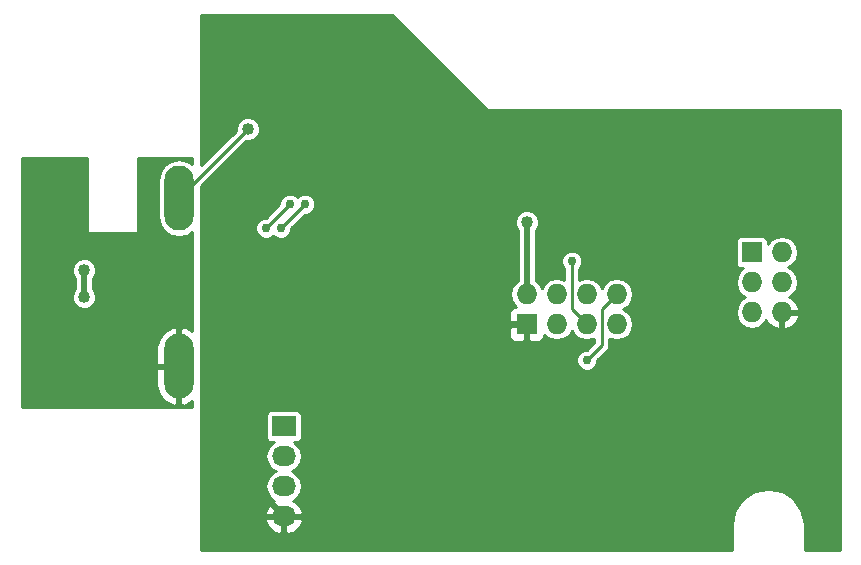
<source format=gbl>
%FSLAX34Y34*%
G04 Gerber Fmt 3.4, Leading zero omitted, Abs format*
G04 (created by PCBNEW (2014-03-23 BZR 4768)-product) date Wed 26 Mar 2014 09:50:02 PM CET*
%MOIN*%
G01*
G70*
G90*
G04 APERTURE LIST*
%ADD10C,0.006000*%
%ADD11O,0.098425X0.216535*%
%ADD12R,0.080000X0.068000*%
%ADD13O,0.080000X0.068000*%
%ADD14R,0.068000X0.068000*%
%ADD15O,0.068000X0.068000*%
%ADD16C,0.040000*%
%ADD17C,0.030000*%
%ADD18C,0.010000*%
%ADD19C,0.020000*%
G04 APERTURE END LIST*
G54D10*
G54D11*
X50500Y-31400D03*
X50500Y-37000D03*
G54D12*
X54000Y-39000D03*
G54D13*
X54000Y-40000D03*
X54000Y-41000D03*
X54000Y-42000D03*
G54D14*
X69600Y-33200D03*
G54D15*
X69600Y-34200D03*
X69600Y-35200D03*
X70600Y-35200D03*
X70600Y-34200D03*
X70600Y-33200D03*
G54D14*
X62100Y-35600D03*
G54D15*
X63100Y-35600D03*
X64100Y-35600D03*
X65100Y-35600D03*
X65100Y-34600D03*
X64100Y-34600D03*
X63100Y-34600D03*
X62100Y-34600D03*
G54D16*
X52800Y-29100D03*
X47350Y-34700D03*
X47350Y-33800D03*
X51500Y-34850D03*
X55800Y-35000D03*
X56800Y-29100D03*
X54300Y-30000D03*
X62100Y-32200D03*
G54D17*
X54200Y-31600D03*
X53400Y-32400D03*
X64100Y-36800D03*
X63600Y-33500D03*
X54700Y-31600D03*
X53900Y-32400D03*
G54D18*
X50500Y-31400D02*
X52800Y-29100D01*
G54D19*
X47350Y-34700D02*
X47350Y-33800D01*
X51500Y-34850D02*
X52150Y-34200D01*
X52150Y-34200D02*
X52900Y-34200D01*
X55800Y-35000D02*
X55800Y-34200D01*
X54000Y-42000D02*
X52900Y-40900D01*
X52900Y-40900D02*
X52900Y-34200D01*
X52900Y-34200D02*
X52900Y-33600D01*
X52900Y-33600D02*
X51800Y-32500D01*
X51800Y-32500D02*
X51800Y-30800D01*
X51800Y-30800D02*
X52600Y-30000D01*
X52600Y-30000D02*
X54300Y-30000D01*
X55900Y-30000D02*
X54300Y-30000D01*
X56800Y-29100D02*
X55900Y-30000D01*
X62100Y-35600D02*
X62100Y-37400D01*
X62100Y-37400D02*
X62400Y-37700D01*
X68100Y-37700D02*
X70300Y-37700D01*
X62400Y-37700D02*
X68100Y-37700D01*
X70300Y-37700D02*
X70600Y-37400D01*
X70600Y-37400D02*
X70600Y-35200D01*
X52900Y-34200D02*
X55800Y-34200D01*
X55800Y-34200D02*
X58700Y-34200D01*
X58700Y-34200D02*
X60100Y-35600D01*
X60100Y-35600D02*
X62100Y-35600D01*
X62100Y-34600D02*
X62100Y-32200D01*
G54D18*
X53400Y-32400D02*
X54200Y-31600D01*
X64100Y-36800D02*
X64600Y-36300D01*
X64600Y-36300D02*
X64600Y-35100D01*
X64600Y-35100D02*
X65100Y-34600D01*
X63600Y-33500D02*
X63600Y-35100D01*
X63600Y-35100D02*
X64100Y-35600D01*
X53900Y-32400D02*
X54700Y-31600D01*
G54D10*
G36*
X72525Y-43125D02*
X71365Y-43125D01*
X71365Y-42300D01*
X71359Y-42273D01*
X71359Y-42246D01*
X71288Y-41886D01*
X71288Y-41886D01*
X71247Y-41787D01*
X71247Y-41787D01*
X71172Y-41676D01*
X71172Y-35341D01*
X71172Y-35058D01*
X71075Y-34850D01*
X70905Y-34695D01*
X70857Y-34675D01*
X70981Y-34592D01*
X71098Y-34417D01*
X71140Y-34210D01*
X71140Y-34189D01*
X71098Y-33982D01*
X70981Y-33807D01*
X70820Y-33700D01*
X70981Y-33592D01*
X71098Y-33417D01*
X71140Y-33210D01*
X71140Y-33189D01*
X71098Y-32982D01*
X70981Y-32807D01*
X70806Y-32690D01*
X70600Y-32649D01*
X70393Y-32690D01*
X70218Y-32807D01*
X70140Y-32924D01*
X70140Y-32820D01*
X70109Y-32746D01*
X70053Y-32690D01*
X69979Y-32660D01*
X69900Y-32660D01*
X69220Y-32660D01*
X69146Y-32690D01*
X69090Y-32746D01*
X69060Y-32820D01*
X69060Y-32899D01*
X69060Y-33579D01*
X69090Y-33653D01*
X69146Y-33709D01*
X69220Y-33740D01*
X69299Y-33740D01*
X69319Y-33740D01*
X69218Y-33807D01*
X69101Y-33982D01*
X69060Y-34189D01*
X69060Y-34210D01*
X69101Y-34417D01*
X69218Y-34592D01*
X69379Y-34700D01*
X69218Y-34807D01*
X69101Y-34982D01*
X69060Y-35189D01*
X69060Y-35210D01*
X69101Y-35417D01*
X69218Y-35592D01*
X69393Y-35709D01*
X69600Y-35750D01*
X69806Y-35709D01*
X69981Y-35592D01*
X70077Y-35449D01*
X70124Y-35549D01*
X70294Y-35704D01*
X70458Y-35772D01*
X70550Y-35725D01*
X70550Y-35250D01*
X70542Y-35250D01*
X70542Y-35150D01*
X70550Y-35150D01*
X70550Y-35142D01*
X70650Y-35142D01*
X70650Y-35150D01*
X71125Y-35150D01*
X71172Y-35058D01*
X71172Y-35341D01*
X71125Y-35250D01*
X70650Y-35250D01*
X70650Y-35725D01*
X70741Y-35772D01*
X70905Y-35704D01*
X71075Y-35549D01*
X71172Y-35341D01*
X71172Y-41676D01*
X71043Y-41482D01*
X70967Y-41406D01*
X70967Y-41406D01*
X70662Y-41202D01*
X70662Y-41202D01*
X70563Y-41161D01*
X70203Y-41090D01*
X70096Y-41090D01*
X70096Y-41090D01*
X69736Y-41161D01*
X69637Y-41202D01*
X69637Y-41202D01*
X69332Y-41406D01*
X69256Y-41482D01*
X69052Y-41787D01*
X69052Y-41787D01*
X69011Y-41886D01*
X68940Y-42246D01*
X68940Y-42273D01*
X68935Y-42300D01*
X68935Y-43125D01*
X65650Y-43125D01*
X65650Y-35600D01*
X65609Y-35393D01*
X65492Y-35218D01*
X65317Y-35101D01*
X65311Y-35100D01*
X65317Y-35098D01*
X65492Y-34981D01*
X65609Y-34806D01*
X65650Y-34600D01*
X65609Y-34393D01*
X65492Y-34218D01*
X65317Y-34101D01*
X65110Y-34060D01*
X65089Y-34060D01*
X64882Y-34101D01*
X64707Y-34218D01*
X64600Y-34379D01*
X64492Y-34218D01*
X64317Y-34101D01*
X64110Y-34060D01*
X64089Y-34060D01*
X63882Y-34101D01*
X63850Y-34123D01*
X63850Y-33744D01*
X63896Y-33698D01*
X63949Y-33569D01*
X63950Y-33430D01*
X63896Y-33302D01*
X63798Y-33203D01*
X63669Y-33150D01*
X63530Y-33149D01*
X63402Y-33203D01*
X63303Y-33301D01*
X63250Y-33430D01*
X63249Y-33569D01*
X63303Y-33698D01*
X63350Y-33744D01*
X63350Y-34123D01*
X63317Y-34101D01*
X63110Y-34060D01*
X63089Y-34060D01*
X62882Y-34101D01*
X62707Y-34218D01*
X62600Y-34379D01*
X62492Y-34218D01*
X62400Y-34156D01*
X62400Y-32465D01*
X62438Y-32426D01*
X62499Y-32279D01*
X62500Y-32120D01*
X62439Y-31973D01*
X62326Y-31861D01*
X62179Y-31800D01*
X62020Y-31799D01*
X61873Y-31860D01*
X61761Y-31973D01*
X61700Y-32120D01*
X61699Y-32279D01*
X61760Y-32426D01*
X61800Y-32465D01*
X61800Y-34156D01*
X61707Y-34218D01*
X61590Y-34393D01*
X61549Y-34600D01*
X61590Y-34806D01*
X61707Y-34981D01*
X61749Y-35010D01*
X61710Y-35010D01*
X61618Y-35048D01*
X61548Y-35118D01*
X61510Y-35210D01*
X61510Y-35309D01*
X61510Y-35487D01*
X61572Y-35550D01*
X62050Y-35550D01*
X62050Y-35542D01*
X62150Y-35542D01*
X62150Y-35550D01*
X62157Y-35550D01*
X62157Y-35650D01*
X62150Y-35650D01*
X62150Y-36127D01*
X62212Y-36190D01*
X62489Y-36190D01*
X62581Y-36151D01*
X62651Y-36081D01*
X62690Y-35989D01*
X62690Y-35955D01*
X62707Y-35981D01*
X62882Y-36098D01*
X63089Y-36140D01*
X63110Y-36140D01*
X63317Y-36098D01*
X63492Y-35981D01*
X63600Y-35820D01*
X63707Y-35981D01*
X63882Y-36098D01*
X64089Y-36140D01*
X64110Y-36140D01*
X64317Y-36098D01*
X64350Y-36076D01*
X64350Y-36196D01*
X64096Y-36449D01*
X64030Y-36449D01*
X63902Y-36503D01*
X63803Y-36601D01*
X63750Y-36730D01*
X63749Y-36869D01*
X63803Y-36998D01*
X63901Y-37096D01*
X64030Y-37149D01*
X64169Y-37150D01*
X64298Y-37096D01*
X64396Y-36998D01*
X64449Y-36869D01*
X64449Y-36803D01*
X64776Y-36476D01*
X64830Y-36395D01*
X64850Y-36300D01*
X64850Y-36076D01*
X64882Y-36098D01*
X65089Y-36140D01*
X65110Y-36140D01*
X65317Y-36098D01*
X65492Y-35981D01*
X65609Y-35806D01*
X65650Y-35600D01*
X65650Y-43125D01*
X62050Y-43125D01*
X62050Y-36127D01*
X62050Y-35650D01*
X61572Y-35650D01*
X61510Y-35712D01*
X61510Y-35890D01*
X61510Y-35989D01*
X61548Y-36081D01*
X61618Y-36151D01*
X61710Y-36190D01*
X61987Y-36190D01*
X62050Y-36127D01*
X62050Y-43125D01*
X55050Y-43125D01*
X55050Y-31530D01*
X54996Y-31402D01*
X54898Y-31303D01*
X54769Y-31250D01*
X54630Y-31249D01*
X54502Y-31303D01*
X54449Y-31355D01*
X54398Y-31303D01*
X54269Y-31250D01*
X54130Y-31249D01*
X54002Y-31303D01*
X53903Y-31401D01*
X53850Y-31530D01*
X53850Y-31596D01*
X53396Y-32049D01*
X53330Y-32049D01*
X53202Y-32103D01*
X53103Y-32201D01*
X53050Y-32330D01*
X53049Y-32469D01*
X53103Y-32598D01*
X53201Y-32696D01*
X53330Y-32749D01*
X53469Y-32750D01*
X53598Y-32696D01*
X53650Y-32644D01*
X53701Y-32696D01*
X53830Y-32749D01*
X53969Y-32750D01*
X54098Y-32696D01*
X54196Y-32598D01*
X54249Y-32469D01*
X54249Y-32403D01*
X54703Y-31950D01*
X54769Y-31950D01*
X54898Y-31896D01*
X54996Y-31798D01*
X55049Y-31669D01*
X55050Y-31530D01*
X55050Y-43125D01*
X54632Y-43125D01*
X54632Y-42141D01*
X54632Y-41858D01*
X54631Y-41852D01*
X54531Y-41644D01*
X54359Y-41491D01*
X54313Y-41475D01*
X54453Y-41381D01*
X54570Y-41206D01*
X54611Y-41000D01*
X54570Y-40793D01*
X54453Y-40618D01*
X54278Y-40501D01*
X54272Y-40500D01*
X54278Y-40498D01*
X54453Y-40381D01*
X54570Y-40206D01*
X54611Y-40000D01*
X54570Y-39793D01*
X54453Y-39618D01*
X54336Y-39540D01*
X54439Y-39540D01*
X54513Y-39509D01*
X54569Y-39453D01*
X54600Y-39379D01*
X54600Y-39300D01*
X54600Y-38620D01*
X54569Y-38546D01*
X54513Y-38490D01*
X54439Y-38460D01*
X54360Y-38460D01*
X53560Y-38460D01*
X53486Y-38490D01*
X53430Y-38546D01*
X53400Y-38620D01*
X53400Y-38699D01*
X53400Y-39379D01*
X53430Y-39453D01*
X53486Y-39509D01*
X53560Y-39540D01*
X53639Y-39540D01*
X53663Y-39540D01*
X53546Y-39618D01*
X53429Y-39793D01*
X53388Y-40000D01*
X53429Y-40206D01*
X53546Y-40381D01*
X53721Y-40498D01*
X53727Y-40500D01*
X53721Y-40501D01*
X53546Y-40618D01*
X53429Y-40793D01*
X53388Y-41000D01*
X53429Y-41206D01*
X53546Y-41381D01*
X53686Y-41475D01*
X53640Y-41491D01*
X53468Y-41644D01*
X53368Y-41852D01*
X53367Y-41858D01*
X53414Y-41950D01*
X53950Y-41950D01*
X53950Y-41942D01*
X54050Y-41942D01*
X54050Y-41950D01*
X54585Y-41950D01*
X54632Y-41858D01*
X54632Y-42141D01*
X54585Y-42050D01*
X54050Y-42050D01*
X54050Y-42527D01*
X54142Y-42584D01*
X54359Y-42508D01*
X54531Y-42355D01*
X54631Y-42147D01*
X54632Y-42141D01*
X54632Y-43125D01*
X53950Y-43125D01*
X53950Y-42527D01*
X53950Y-42050D01*
X53414Y-42050D01*
X53367Y-42141D01*
X53368Y-42147D01*
X53468Y-42355D01*
X53640Y-42508D01*
X53857Y-42584D01*
X53950Y-42527D01*
X53950Y-43125D01*
X51250Y-43125D01*
X51250Y-31003D01*
X52753Y-29499D01*
X52879Y-29500D01*
X53026Y-29439D01*
X53138Y-29326D01*
X53199Y-29179D01*
X53200Y-29020D01*
X53139Y-28873D01*
X53026Y-28761D01*
X52879Y-28700D01*
X52720Y-28699D01*
X52573Y-28760D01*
X52461Y-28873D01*
X52400Y-29020D01*
X52399Y-29146D01*
X51250Y-30296D01*
X51250Y-25275D01*
X57604Y-25275D01*
X60779Y-28450D01*
X72525Y-28450D01*
X72525Y-43125D01*
X72525Y-43125D01*
G37*
G54D18*
X72525Y-43125D02*
X71365Y-43125D01*
X71365Y-42300D01*
X71359Y-42273D01*
X71359Y-42246D01*
X71288Y-41886D01*
X71288Y-41886D01*
X71247Y-41787D01*
X71247Y-41787D01*
X71172Y-41676D01*
X71172Y-35341D01*
X71172Y-35058D01*
X71075Y-34850D01*
X70905Y-34695D01*
X70857Y-34675D01*
X70981Y-34592D01*
X71098Y-34417D01*
X71140Y-34210D01*
X71140Y-34189D01*
X71098Y-33982D01*
X70981Y-33807D01*
X70820Y-33700D01*
X70981Y-33592D01*
X71098Y-33417D01*
X71140Y-33210D01*
X71140Y-33189D01*
X71098Y-32982D01*
X70981Y-32807D01*
X70806Y-32690D01*
X70600Y-32649D01*
X70393Y-32690D01*
X70218Y-32807D01*
X70140Y-32924D01*
X70140Y-32820D01*
X70109Y-32746D01*
X70053Y-32690D01*
X69979Y-32660D01*
X69900Y-32660D01*
X69220Y-32660D01*
X69146Y-32690D01*
X69090Y-32746D01*
X69060Y-32820D01*
X69060Y-32899D01*
X69060Y-33579D01*
X69090Y-33653D01*
X69146Y-33709D01*
X69220Y-33740D01*
X69299Y-33740D01*
X69319Y-33740D01*
X69218Y-33807D01*
X69101Y-33982D01*
X69060Y-34189D01*
X69060Y-34210D01*
X69101Y-34417D01*
X69218Y-34592D01*
X69379Y-34700D01*
X69218Y-34807D01*
X69101Y-34982D01*
X69060Y-35189D01*
X69060Y-35210D01*
X69101Y-35417D01*
X69218Y-35592D01*
X69393Y-35709D01*
X69600Y-35750D01*
X69806Y-35709D01*
X69981Y-35592D01*
X70077Y-35449D01*
X70124Y-35549D01*
X70294Y-35704D01*
X70458Y-35772D01*
X70550Y-35725D01*
X70550Y-35250D01*
X70542Y-35250D01*
X70542Y-35150D01*
X70550Y-35150D01*
X70550Y-35142D01*
X70650Y-35142D01*
X70650Y-35150D01*
X71125Y-35150D01*
X71172Y-35058D01*
X71172Y-35341D01*
X71125Y-35250D01*
X70650Y-35250D01*
X70650Y-35725D01*
X70741Y-35772D01*
X70905Y-35704D01*
X71075Y-35549D01*
X71172Y-35341D01*
X71172Y-41676D01*
X71043Y-41482D01*
X70967Y-41406D01*
X70967Y-41406D01*
X70662Y-41202D01*
X70662Y-41202D01*
X70563Y-41161D01*
X70203Y-41090D01*
X70096Y-41090D01*
X70096Y-41090D01*
X69736Y-41161D01*
X69637Y-41202D01*
X69637Y-41202D01*
X69332Y-41406D01*
X69256Y-41482D01*
X69052Y-41787D01*
X69052Y-41787D01*
X69011Y-41886D01*
X68940Y-42246D01*
X68940Y-42273D01*
X68935Y-42300D01*
X68935Y-43125D01*
X65650Y-43125D01*
X65650Y-35600D01*
X65609Y-35393D01*
X65492Y-35218D01*
X65317Y-35101D01*
X65311Y-35100D01*
X65317Y-35098D01*
X65492Y-34981D01*
X65609Y-34806D01*
X65650Y-34600D01*
X65609Y-34393D01*
X65492Y-34218D01*
X65317Y-34101D01*
X65110Y-34060D01*
X65089Y-34060D01*
X64882Y-34101D01*
X64707Y-34218D01*
X64600Y-34379D01*
X64492Y-34218D01*
X64317Y-34101D01*
X64110Y-34060D01*
X64089Y-34060D01*
X63882Y-34101D01*
X63850Y-34123D01*
X63850Y-33744D01*
X63896Y-33698D01*
X63949Y-33569D01*
X63950Y-33430D01*
X63896Y-33302D01*
X63798Y-33203D01*
X63669Y-33150D01*
X63530Y-33149D01*
X63402Y-33203D01*
X63303Y-33301D01*
X63250Y-33430D01*
X63249Y-33569D01*
X63303Y-33698D01*
X63350Y-33744D01*
X63350Y-34123D01*
X63317Y-34101D01*
X63110Y-34060D01*
X63089Y-34060D01*
X62882Y-34101D01*
X62707Y-34218D01*
X62600Y-34379D01*
X62492Y-34218D01*
X62400Y-34156D01*
X62400Y-32465D01*
X62438Y-32426D01*
X62499Y-32279D01*
X62500Y-32120D01*
X62439Y-31973D01*
X62326Y-31861D01*
X62179Y-31800D01*
X62020Y-31799D01*
X61873Y-31860D01*
X61761Y-31973D01*
X61700Y-32120D01*
X61699Y-32279D01*
X61760Y-32426D01*
X61800Y-32465D01*
X61800Y-34156D01*
X61707Y-34218D01*
X61590Y-34393D01*
X61549Y-34600D01*
X61590Y-34806D01*
X61707Y-34981D01*
X61749Y-35010D01*
X61710Y-35010D01*
X61618Y-35048D01*
X61548Y-35118D01*
X61510Y-35210D01*
X61510Y-35309D01*
X61510Y-35487D01*
X61572Y-35550D01*
X62050Y-35550D01*
X62050Y-35542D01*
X62150Y-35542D01*
X62150Y-35550D01*
X62157Y-35550D01*
X62157Y-35650D01*
X62150Y-35650D01*
X62150Y-36127D01*
X62212Y-36190D01*
X62489Y-36190D01*
X62581Y-36151D01*
X62651Y-36081D01*
X62690Y-35989D01*
X62690Y-35955D01*
X62707Y-35981D01*
X62882Y-36098D01*
X63089Y-36140D01*
X63110Y-36140D01*
X63317Y-36098D01*
X63492Y-35981D01*
X63600Y-35820D01*
X63707Y-35981D01*
X63882Y-36098D01*
X64089Y-36140D01*
X64110Y-36140D01*
X64317Y-36098D01*
X64350Y-36076D01*
X64350Y-36196D01*
X64096Y-36449D01*
X64030Y-36449D01*
X63902Y-36503D01*
X63803Y-36601D01*
X63750Y-36730D01*
X63749Y-36869D01*
X63803Y-36998D01*
X63901Y-37096D01*
X64030Y-37149D01*
X64169Y-37150D01*
X64298Y-37096D01*
X64396Y-36998D01*
X64449Y-36869D01*
X64449Y-36803D01*
X64776Y-36476D01*
X64830Y-36395D01*
X64850Y-36300D01*
X64850Y-36076D01*
X64882Y-36098D01*
X65089Y-36140D01*
X65110Y-36140D01*
X65317Y-36098D01*
X65492Y-35981D01*
X65609Y-35806D01*
X65650Y-35600D01*
X65650Y-43125D01*
X62050Y-43125D01*
X62050Y-36127D01*
X62050Y-35650D01*
X61572Y-35650D01*
X61510Y-35712D01*
X61510Y-35890D01*
X61510Y-35989D01*
X61548Y-36081D01*
X61618Y-36151D01*
X61710Y-36190D01*
X61987Y-36190D01*
X62050Y-36127D01*
X62050Y-43125D01*
X55050Y-43125D01*
X55050Y-31530D01*
X54996Y-31402D01*
X54898Y-31303D01*
X54769Y-31250D01*
X54630Y-31249D01*
X54502Y-31303D01*
X54449Y-31355D01*
X54398Y-31303D01*
X54269Y-31250D01*
X54130Y-31249D01*
X54002Y-31303D01*
X53903Y-31401D01*
X53850Y-31530D01*
X53850Y-31596D01*
X53396Y-32049D01*
X53330Y-32049D01*
X53202Y-32103D01*
X53103Y-32201D01*
X53050Y-32330D01*
X53049Y-32469D01*
X53103Y-32598D01*
X53201Y-32696D01*
X53330Y-32749D01*
X53469Y-32750D01*
X53598Y-32696D01*
X53650Y-32644D01*
X53701Y-32696D01*
X53830Y-32749D01*
X53969Y-32750D01*
X54098Y-32696D01*
X54196Y-32598D01*
X54249Y-32469D01*
X54249Y-32403D01*
X54703Y-31950D01*
X54769Y-31950D01*
X54898Y-31896D01*
X54996Y-31798D01*
X55049Y-31669D01*
X55050Y-31530D01*
X55050Y-43125D01*
X54632Y-43125D01*
X54632Y-42141D01*
X54632Y-41858D01*
X54631Y-41852D01*
X54531Y-41644D01*
X54359Y-41491D01*
X54313Y-41475D01*
X54453Y-41381D01*
X54570Y-41206D01*
X54611Y-41000D01*
X54570Y-40793D01*
X54453Y-40618D01*
X54278Y-40501D01*
X54272Y-40500D01*
X54278Y-40498D01*
X54453Y-40381D01*
X54570Y-40206D01*
X54611Y-40000D01*
X54570Y-39793D01*
X54453Y-39618D01*
X54336Y-39540D01*
X54439Y-39540D01*
X54513Y-39509D01*
X54569Y-39453D01*
X54600Y-39379D01*
X54600Y-39300D01*
X54600Y-38620D01*
X54569Y-38546D01*
X54513Y-38490D01*
X54439Y-38460D01*
X54360Y-38460D01*
X53560Y-38460D01*
X53486Y-38490D01*
X53430Y-38546D01*
X53400Y-38620D01*
X53400Y-38699D01*
X53400Y-39379D01*
X53430Y-39453D01*
X53486Y-39509D01*
X53560Y-39540D01*
X53639Y-39540D01*
X53663Y-39540D01*
X53546Y-39618D01*
X53429Y-39793D01*
X53388Y-40000D01*
X53429Y-40206D01*
X53546Y-40381D01*
X53721Y-40498D01*
X53727Y-40500D01*
X53721Y-40501D01*
X53546Y-40618D01*
X53429Y-40793D01*
X53388Y-41000D01*
X53429Y-41206D01*
X53546Y-41381D01*
X53686Y-41475D01*
X53640Y-41491D01*
X53468Y-41644D01*
X53368Y-41852D01*
X53367Y-41858D01*
X53414Y-41950D01*
X53950Y-41950D01*
X53950Y-41942D01*
X54050Y-41942D01*
X54050Y-41950D01*
X54585Y-41950D01*
X54632Y-41858D01*
X54632Y-42141D01*
X54585Y-42050D01*
X54050Y-42050D01*
X54050Y-42527D01*
X54142Y-42584D01*
X54359Y-42508D01*
X54531Y-42355D01*
X54631Y-42147D01*
X54632Y-42141D01*
X54632Y-43125D01*
X53950Y-43125D01*
X53950Y-42527D01*
X53950Y-42050D01*
X53414Y-42050D01*
X53367Y-42141D01*
X53368Y-42147D01*
X53468Y-42355D01*
X53640Y-42508D01*
X53857Y-42584D01*
X53950Y-42527D01*
X53950Y-43125D01*
X51250Y-43125D01*
X51250Y-31003D01*
X52753Y-29499D01*
X52879Y-29500D01*
X53026Y-29439D01*
X53138Y-29326D01*
X53199Y-29179D01*
X53200Y-29020D01*
X53139Y-28873D01*
X53026Y-28761D01*
X52879Y-28700D01*
X52720Y-28699D01*
X52573Y-28760D01*
X52461Y-28873D01*
X52400Y-29020D01*
X52399Y-29146D01*
X51250Y-30296D01*
X51250Y-25275D01*
X57604Y-25275D01*
X60779Y-28450D01*
X72525Y-28450D01*
X72525Y-43125D01*
G54D10*
G36*
X50950Y-38350D02*
X50450Y-38350D01*
X50450Y-38268D01*
X50450Y-37050D01*
X50450Y-36950D01*
X50450Y-35731D01*
X50334Y-35685D01*
X50262Y-35704D01*
X50010Y-35849D01*
X49833Y-36079D01*
X49757Y-36359D01*
X49757Y-36950D01*
X50450Y-36950D01*
X50450Y-37050D01*
X49757Y-37050D01*
X49757Y-37640D01*
X49833Y-37920D01*
X50010Y-38150D01*
X50262Y-38295D01*
X50334Y-38314D01*
X50450Y-38268D01*
X50450Y-38350D01*
X47750Y-38350D01*
X47750Y-34620D01*
X47689Y-34473D01*
X47650Y-34434D01*
X47650Y-34065D01*
X47688Y-34026D01*
X47749Y-33879D01*
X47750Y-33720D01*
X47689Y-33573D01*
X47576Y-33461D01*
X47429Y-33400D01*
X47270Y-33399D01*
X47123Y-33460D01*
X47011Y-33573D01*
X46950Y-33720D01*
X46949Y-33879D01*
X47010Y-34026D01*
X47050Y-34065D01*
X47050Y-34434D01*
X47011Y-34473D01*
X46950Y-34620D01*
X46949Y-34779D01*
X47010Y-34926D01*
X47123Y-35038D01*
X47270Y-35099D01*
X47429Y-35100D01*
X47576Y-35039D01*
X47688Y-34926D01*
X47749Y-34779D01*
X47750Y-34620D01*
X47750Y-38350D01*
X45275Y-38350D01*
X45275Y-30050D01*
X47450Y-30050D01*
X47450Y-32550D01*
X49150Y-32550D01*
X49150Y-30050D01*
X50950Y-30050D01*
X50950Y-30268D01*
X50764Y-30144D01*
X50500Y-30092D01*
X50235Y-30144D01*
X50010Y-30294D01*
X49860Y-30519D01*
X49807Y-30784D01*
X49807Y-32015D01*
X49860Y-32280D01*
X50010Y-32505D01*
X50235Y-32655D01*
X50500Y-32707D01*
X50764Y-32655D01*
X50950Y-32531D01*
X50950Y-35826D01*
X50737Y-35704D01*
X50665Y-35685D01*
X50550Y-35731D01*
X50550Y-36950D01*
X50557Y-36950D01*
X50557Y-37050D01*
X50550Y-37050D01*
X50550Y-38268D01*
X50665Y-38314D01*
X50737Y-38295D01*
X50950Y-38173D01*
X50950Y-38350D01*
X50950Y-38350D01*
G37*
G54D18*
X50950Y-38350D02*
X50450Y-38350D01*
X50450Y-38268D01*
X50450Y-37050D01*
X50450Y-36950D01*
X50450Y-35731D01*
X50334Y-35685D01*
X50262Y-35704D01*
X50010Y-35849D01*
X49833Y-36079D01*
X49757Y-36359D01*
X49757Y-36950D01*
X50450Y-36950D01*
X50450Y-37050D01*
X49757Y-37050D01*
X49757Y-37640D01*
X49833Y-37920D01*
X50010Y-38150D01*
X50262Y-38295D01*
X50334Y-38314D01*
X50450Y-38268D01*
X50450Y-38350D01*
X47750Y-38350D01*
X47750Y-34620D01*
X47689Y-34473D01*
X47650Y-34434D01*
X47650Y-34065D01*
X47688Y-34026D01*
X47749Y-33879D01*
X47750Y-33720D01*
X47689Y-33573D01*
X47576Y-33461D01*
X47429Y-33400D01*
X47270Y-33399D01*
X47123Y-33460D01*
X47011Y-33573D01*
X46950Y-33720D01*
X46949Y-33879D01*
X47010Y-34026D01*
X47050Y-34065D01*
X47050Y-34434D01*
X47011Y-34473D01*
X46950Y-34620D01*
X46949Y-34779D01*
X47010Y-34926D01*
X47123Y-35038D01*
X47270Y-35099D01*
X47429Y-35100D01*
X47576Y-35039D01*
X47688Y-34926D01*
X47749Y-34779D01*
X47750Y-34620D01*
X47750Y-38350D01*
X45275Y-38350D01*
X45275Y-30050D01*
X47450Y-30050D01*
X47450Y-32550D01*
X49150Y-32550D01*
X49150Y-30050D01*
X50950Y-30050D01*
X50950Y-30268D01*
X50764Y-30144D01*
X50500Y-30092D01*
X50235Y-30144D01*
X50010Y-30294D01*
X49860Y-30519D01*
X49807Y-30784D01*
X49807Y-32015D01*
X49860Y-32280D01*
X50010Y-32505D01*
X50235Y-32655D01*
X50500Y-32707D01*
X50764Y-32655D01*
X50950Y-32531D01*
X50950Y-35826D01*
X50737Y-35704D01*
X50665Y-35685D01*
X50550Y-35731D01*
X50550Y-36950D01*
X50557Y-36950D01*
X50557Y-37050D01*
X50550Y-37050D01*
X50550Y-38268D01*
X50665Y-38314D01*
X50737Y-38295D01*
X50950Y-38173D01*
X50950Y-38350D01*
M02*

</source>
